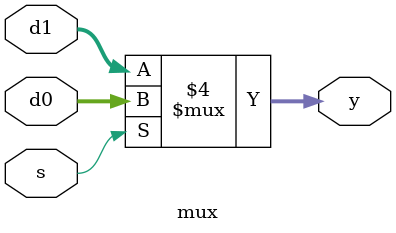
<source format=v>
module mux ( s, d1, d0, y);
input [3:0]  d1, d0;
input        s;
output [3:0] y;


reg   [3:0] y;

always@(s or d1 or d0 )
begin

   if (~s)
          y <= d1;
   else
          y <= d0;

end

endmodule




</source>
